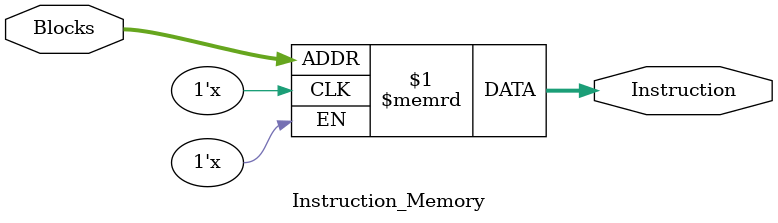
<source format=v>
module Instruction_Memory (
    input [5:0] Blocks,
    output [31:0] Instruction
);
    // Blocks of 32-bit instruction divided in RAM
    reg [31:0] RAM [63:0];

    initial begin
    end

    assign Instruction = RAM[Blocks];
endmodule
</source>
